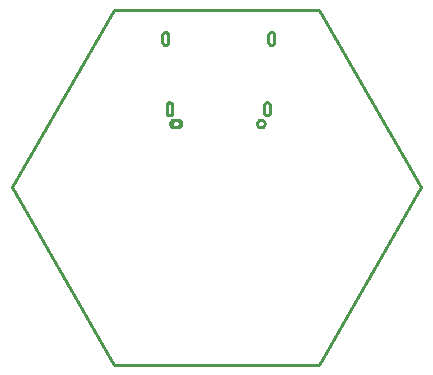
<source format=gbr>
G04 EAGLE Gerber RS-274X export*
G75*
%MOMM*%
%FSLAX34Y34*%
%LPD*%
%IN*%
%IPPOS*%
%AMOC8*
5,1,8,0,0,1.08239X$1,22.5*%
G01*
%ADD10C,0.254000*%


D10*
X-173200Y150813D02*
X-86600Y813D01*
X86600Y813D01*
X173200Y150813D01*
X86600Y300813D01*
X-86600Y300813D01*
X-173200Y150813D01*
X-35913Y201538D02*
X-32913Y201538D01*
X-32629Y201550D01*
X-32348Y201587D01*
X-32071Y201648D01*
X-31801Y201734D01*
X-31539Y201842D01*
X-31288Y201973D01*
X-31048Y202125D01*
X-30823Y202298D01*
X-30614Y202489D01*
X-30423Y202698D01*
X-30250Y202923D01*
X-30098Y203163D01*
X-29967Y203414D01*
X-29859Y203676D01*
X-29773Y203946D01*
X-29712Y204223D01*
X-29675Y204504D01*
X-29663Y204788D01*
X-29675Y205071D01*
X-29712Y205352D01*
X-29773Y205629D01*
X-29859Y205899D01*
X-29967Y206161D01*
X-30098Y206413D01*
X-30250Y206652D01*
X-30423Y206877D01*
X-30614Y207086D01*
X-30823Y207277D01*
X-31048Y207450D01*
X-31288Y207602D01*
X-31539Y207733D01*
X-31801Y207842D01*
X-32071Y207927D01*
X-32348Y207988D01*
X-32629Y208025D01*
X-32913Y208038D01*
X-35913Y208038D01*
X-36196Y208025D01*
X-36477Y207988D01*
X-36754Y207927D01*
X-37024Y207842D01*
X-37286Y207733D01*
X-37538Y207602D01*
X-37777Y207450D01*
X-38002Y207277D01*
X-38211Y207086D01*
X-38402Y206877D01*
X-38575Y206652D01*
X-38727Y206413D01*
X-38858Y206161D01*
X-38967Y205899D01*
X-39052Y205629D01*
X-39113Y205352D01*
X-39150Y205071D01*
X-39163Y204788D01*
X-39150Y204504D01*
X-39113Y204223D01*
X-39052Y203946D01*
X-38967Y203676D01*
X-38858Y203414D01*
X-38727Y203163D01*
X-38575Y202923D01*
X-38402Y202698D01*
X-38211Y202489D01*
X-38002Y202298D01*
X-37777Y202125D01*
X-37538Y201973D01*
X-37286Y201842D01*
X-37024Y201734D01*
X-36754Y201648D01*
X-36477Y201587D01*
X-36196Y201550D01*
X-35913Y201538D01*
X-45813Y273788D02*
X-45803Y273570D01*
X-45775Y273353D01*
X-45727Y273140D01*
X-45662Y272932D01*
X-45578Y272731D01*
X-45478Y272538D01*
X-45360Y272354D01*
X-45228Y272181D01*
X-45080Y272020D01*
X-44919Y271872D01*
X-44746Y271740D01*
X-44563Y271622D01*
X-44369Y271522D01*
X-44168Y271438D01*
X-43960Y271373D01*
X-43747Y271325D01*
X-43530Y271297D01*
X-43313Y271288D01*
X-43095Y271297D01*
X-42878Y271325D01*
X-42665Y271373D01*
X-42457Y271438D01*
X-42256Y271522D01*
X-42063Y271622D01*
X-41879Y271740D01*
X-41706Y271872D01*
X-41545Y272020D01*
X-41397Y272181D01*
X-41265Y272354D01*
X-41147Y272538D01*
X-41047Y272731D01*
X-40963Y272932D01*
X-40898Y273140D01*
X-40850Y273353D01*
X-40822Y273570D01*
X-40813Y273788D01*
X-40813Y279788D01*
X-40822Y280005D01*
X-40850Y280222D01*
X-40898Y280435D01*
X-40963Y280643D01*
X-41047Y280844D01*
X-41147Y281038D01*
X-41265Y281221D01*
X-41397Y281394D01*
X-41545Y281555D01*
X-41706Y281703D01*
X-41879Y281835D01*
X-42063Y281953D01*
X-42256Y282053D01*
X-42457Y282137D01*
X-42665Y282202D01*
X-42878Y282250D01*
X-43095Y282278D01*
X-43313Y282288D01*
X-43530Y282278D01*
X-43747Y282250D01*
X-43960Y282202D01*
X-44168Y282137D01*
X-44369Y282053D01*
X-44563Y281953D01*
X-44746Y281835D01*
X-44919Y281703D01*
X-45080Y281555D01*
X-45228Y281394D01*
X-45360Y281221D01*
X-45478Y281038D01*
X-45578Y280844D01*
X-45662Y280643D01*
X-45727Y280435D01*
X-45775Y280222D01*
X-45803Y280005D01*
X-45813Y279788D01*
X-45813Y273788D01*
X43988Y273788D02*
X43997Y273570D01*
X44025Y273353D01*
X44073Y273140D01*
X44138Y272932D01*
X44222Y272731D01*
X44322Y272538D01*
X44440Y272354D01*
X44572Y272181D01*
X44720Y272020D01*
X44881Y271872D01*
X45054Y271740D01*
X45238Y271622D01*
X45431Y271522D01*
X45632Y271438D01*
X45840Y271373D01*
X46053Y271325D01*
X46270Y271297D01*
X46488Y271288D01*
X46705Y271297D01*
X46922Y271325D01*
X47135Y271373D01*
X47343Y271438D01*
X47544Y271522D01*
X47738Y271622D01*
X47921Y271740D01*
X48094Y271872D01*
X48255Y272020D01*
X48403Y272181D01*
X48535Y272354D01*
X48653Y272538D01*
X48753Y272731D01*
X48837Y272932D01*
X48902Y273140D01*
X48950Y273353D01*
X48978Y273570D01*
X48988Y273788D01*
X48988Y279788D01*
X48978Y280005D01*
X48950Y280222D01*
X48902Y280435D01*
X48837Y280643D01*
X48753Y280844D01*
X48653Y281038D01*
X48535Y281221D01*
X48403Y281394D01*
X48255Y281555D01*
X48094Y281703D01*
X47921Y281835D01*
X47738Y281953D01*
X47544Y282053D01*
X47343Y282137D01*
X47135Y282202D01*
X46922Y282250D01*
X46705Y282278D01*
X46488Y282288D01*
X46270Y282278D01*
X46053Y282250D01*
X45840Y282202D01*
X45632Y282137D01*
X45431Y282053D01*
X45238Y281953D01*
X45054Y281835D01*
X44881Y281703D01*
X44720Y281555D01*
X44572Y281394D01*
X44440Y281221D01*
X44322Y281038D01*
X44222Y280844D01*
X44138Y280643D01*
X44073Y280435D01*
X44025Y280222D01*
X43997Y280005D01*
X43988Y279788D01*
X43988Y273788D01*
X-42213Y214288D02*
X-42203Y214070D01*
X-42175Y213853D01*
X-42127Y213640D01*
X-42062Y213432D01*
X-41978Y213231D01*
X-41878Y213038D01*
X-41760Y212854D01*
X-41628Y212681D01*
X-41480Y212520D01*
X-41319Y212372D01*
X-41146Y212240D01*
X-40963Y212122D01*
X-40769Y212022D01*
X-40568Y211938D01*
X-40360Y211873D01*
X-40147Y211825D01*
X-39930Y211797D01*
X-39713Y211788D01*
X-39495Y211797D01*
X-39278Y211825D01*
X-39065Y211873D01*
X-38857Y211938D01*
X-38656Y212022D01*
X-38463Y212122D01*
X-38279Y212240D01*
X-38106Y212372D01*
X-37945Y212520D01*
X-37797Y212681D01*
X-37665Y212854D01*
X-37547Y213038D01*
X-37447Y213231D01*
X-37363Y213432D01*
X-37298Y213640D01*
X-37250Y213853D01*
X-37222Y214070D01*
X-37213Y214288D01*
X-37213Y220288D01*
X-37222Y220505D01*
X-37250Y220722D01*
X-37298Y220935D01*
X-37363Y221143D01*
X-37447Y221344D01*
X-37547Y221538D01*
X-37665Y221721D01*
X-37797Y221894D01*
X-37945Y222055D01*
X-38106Y222203D01*
X-38279Y222335D01*
X-38463Y222453D01*
X-38656Y222553D01*
X-38857Y222637D01*
X-39065Y222702D01*
X-39278Y222750D01*
X-39495Y222778D01*
X-39713Y222788D01*
X-39930Y222778D01*
X-40147Y222750D01*
X-40360Y222702D01*
X-40568Y222637D01*
X-40769Y222553D01*
X-40963Y222453D01*
X-41146Y222335D01*
X-41319Y222203D01*
X-41480Y222055D01*
X-41628Y221894D01*
X-41760Y221721D01*
X-41878Y221538D01*
X-41978Y221344D01*
X-42062Y221143D01*
X-42127Y220935D01*
X-42175Y220722D01*
X-42203Y220505D01*
X-42213Y220288D01*
X-42213Y214288D01*
X40388Y214288D02*
X40397Y214070D01*
X40425Y213853D01*
X40473Y213640D01*
X40538Y213432D01*
X40622Y213231D01*
X40722Y213038D01*
X40840Y212854D01*
X40972Y212681D01*
X41120Y212520D01*
X41281Y212372D01*
X41454Y212240D01*
X41638Y212122D01*
X41831Y212022D01*
X42032Y211938D01*
X42240Y211873D01*
X42453Y211825D01*
X42670Y211797D01*
X42888Y211788D01*
X43105Y211797D01*
X43322Y211825D01*
X43535Y211873D01*
X43743Y211938D01*
X43944Y212022D01*
X44138Y212122D01*
X44321Y212240D01*
X44494Y212372D01*
X44655Y212520D01*
X44803Y212681D01*
X44935Y212854D01*
X45053Y213038D01*
X45153Y213231D01*
X45237Y213432D01*
X45302Y213640D01*
X45350Y213853D01*
X45378Y214070D01*
X45388Y214288D01*
X45388Y220288D01*
X45378Y220505D01*
X45350Y220722D01*
X45302Y220935D01*
X45237Y221143D01*
X45153Y221344D01*
X45053Y221538D01*
X44935Y221721D01*
X44803Y221894D01*
X44655Y222055D01*
X44494Y222203D01*
X44321Y222335D01*
X44138Y222453D01*
X43944Y222553D01*
X43743Y222637D01*
X43535Y222702D01*
X43322Y222750D01*
X43105Y222778D01*
X42888Y222788D01*
X42670Y222778D01*
X42453Y222750D01*
X42240Y222702D01*
X42032Y222637D01*
X41831Y222553D01*
X41638Y222453D01*
X41454Y222335D01*
X41281Y222203D01*
X41120Y222055D01*
X40972Y221894D01*
X40840Y221721D01*
X40722Y221538D01*
X40622Y221344D01*
X40538Y221143D01*
X40473Y220935D01*
X40425Y220722D01*
X40397Y220505D01*
X40388Y220288D01*
X40388Y214288D01*
X34338Y205001D02*
X34393Y205423D01*
X34503Y205834D01*
X34666Y206228D01*
X34879Y206597D01*
X35139Y206935D01*
X35440Y207236D01*
X35778Y207496D01*
X36147Y207709D01*
X36541Y207872D01*
X36952Y207982D01*
X37374Y208038D01*
X37801Y208038D01*
X38223Y207982D01*
X38634Y207872D01*
X39028Y207709D01*
X39397Y207496D01*
X39735Y207236D01*
X40036Y206935D01*
X40296Y206597D01*
X40509Y206228D01*
X40672Y205834D01*
X40782Y205423D01*
X40838Y205001D01*
X40838Y204574D01*
X40782Y204152D01*
X40672Y203741D01*
X40509Y203347D01*
X40296Y202978D01*
X40036Y202640D01*
X39735Y202339D01*
X39397Y202079D01*
X39028Y201866D01*
X38634Y201703D01*
X38223Y201593D01*
X37801Y201538D01*
X37374Y201538D01*
X36952Y201593D01*
X36541Y201703D01*
X36147Y201866D01*
X35778Y202079D01*
X35440Y202339D01*
X35139Y202640D01*
X34879Y202978D01*
X34666Y203347D01*
X34503Y203741D01*
X34393Y204152D01*
X34338Y204574D01*
X34338Y205001D01*
X-37663Y205001D02*
X-37607Y205423D01*
X-37497Y205834D01*
X-37334Y206228D01*
X-37121Y206597D01*
X-36861Y206935D01*
X-36560Y207236D01*
X-36222Y207496D01*
X-35853Y207709D01*
X-35459Y207872D01*
X-35048Y207982D01*
X-34626Y208038D01*
X-34199Y208038D01*
X-33777Y207982D01*
X-33366Y207872D01*
X-32972Y207709D01*
X-32603Y207496D01*
X-32265Y207236D01*
X-31964Y206935D01*
X-31704Y206597D01*
X-31491Y206228D01*
X-31328Y205834D01*
X-31218Y205423D01*
X-31163Y205001D01*
X-31163Y204574D01*
X-31218Y204152D01*
X-31328Y203741D01*
X-31491Y203347D01*
X-31704Y202978D01*
X-31964Y202640D01*
X-32265Y202339D01*
X-32603Y202079D01*
X-32972Y201866D01*
X-33366Y201703D01*
X-33777Y201593D01*
X-34199Y201538D01*
X-34626Y201538D01*
X-35048Y201593D01*
X-35459Y201703D01*
X-35853Y201866D01*
X-36222Y202079D01*
X-36560Y202339D01*
X-36861Y202640D01*
X-37121Y202978D01*
X-37334Y203347D01*
X-37497Y203741D01*
X-37607Y204152D01*
X-37663Y204574D01*
X-37663Y205001D01*
M02*

</source>
